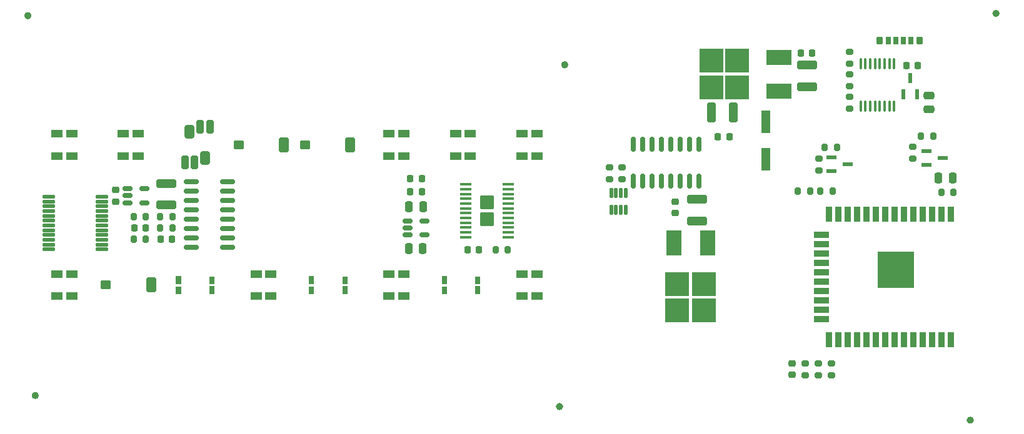
<source format=gtp>
G04 #@! TF.GenerationSoftware,KiCad,Pcbnew,(6.0.5-0)*
G04 #@! TF.CreationDate,2022-08-15T05:52:59+09:00*
G04 #@! TF.ProjectId,qLAMP-main,714c414d-502d-46d6-9169-6e2e6b696361,rev?*
G04 #@! TF.SameCoordinates,Original*
G04 #@! TF.FileFunction,Paste,Top*
G04 #@! TF.FilePolarity,Positive*
%FSLAX46Y46*%
G04 Gerber Fmt 4.6, Leading zero omitted, Abs format (unit mm)*
G04 Created by KiCad (PCBNEW (6.0.5-0)) date 2022-08-15 05:52:59*
%MOMM*%
%LPD*%
G01*
G04 APERTURE LIST*
G04 Aperture macros list*
%AMRoundRect*
0 Rectangle with rounded corners*
0 $1 Rounding radius*
0 $2 $3 $4 $5 $6 $7 $8 $9 X,Y pos of 4 corners*
0 Add a 4 corners polygon primitive as box body*
4,1,4,$2,$3,$4,$5,$6,$7,$8,$9,$2,$3,0*
0 Add four circle primitives for the rounded corners*
1,1,$1+$1,$2,$3*
1,1,$1+$1,$4,$5*
1,1,$1+$1,$6,$7*
1,1,$1+$1,$8,$9*
0 Add four rect primitives between the rounded corners*
20,1,$1+$1,$2,$3,$4,$5,0*
20,1,$1+$1,$4,$5,$6,$7,0*
20,1,$1+$1,$6,$7,$8,$9,0*
20,1,$1+$1,$8,$9,$2,$3,0*%
G04 Aperture macros list end*
%ADD10C,0.475000*%
%ADD11C,0.120000*%
%ADD12RoundRect,0.100000X-0.100000X0.637500X-0.100000X-0.637500X0.100000X-0.637500X0.100000X0.637500X0*%
%ADD13RoundRect,0.150000X-0.512500X-0.150000X0.512500X-0.150000X0.512500X0.150000X-0.512500X0.150000X0*%
%ADD14RoundRect,0.250000X-0.250000X-0.475000X0.250000X-0.475000X0.250000X0.475000X-0.250000X0.475000X0*%
%ADD15R,1.219200X3.098800*%
%ADD16RoundRect,0.225000X-0.225000X-0.250000X0.225000X-0.250000X0.225000X0.250000X-0.225000X0.250000X0*%
%ADD17RoundRect,0.250000X0.325000X1.100000X-0.325000X1.100000X-0.325000X-1.100000X0.325000X-1.100000X0*%
%ADD18RoundRect,0.225000X0.225000X0.250000X-0.225000X0.250000X-0.225000X-0.250000X0.225000X-0.250000X0*%
%ADD19RoundRect,0.250000X-1.100000X0.325000X-1.100000X-0.325000X1.100000X-0.325000X1.100000X0.325000X0*%
%ADD20RoundRect,0.225000X0.250000X-0.225000X0.250000X0.225000X-0.250000X0.225000X-0.250000X-0.225000X0*%
%ADD21RoundRect,0.250000X0.250000X0.475000X-0.250000X0.475000X-0.250000X-0.475000X0.250000X-0.475000X0*%
%ADD22RoundRect,0.250000X1.100000X-0.325000X1.100000X0.325000X-1.100000X0.325000X-1.100000X-0.325000X0*%
%ADD23RoundRect,0.111230X0.763770X0.111230X-0.763770X0.111230X-0.763770X-0.111230X0.763770X-0.111230X0*%
%ADD24RoundRect,0.225000X-0.250000X0.225000X-0.250000X-0.225000X0.250000X-0.225000X0.250000X0.225000X0*%
%ADD25RoundRect,0.111665X0.111665X-0.550835X0.111665X0.550835X-0.111665X0.550835X-0.111665X-0.550835X0*%
%ADD26RoundRect,0.200000X0.200000X0.275000X-0.200000X0.275000X-0.200000X-0.275000X0.200000X-0.275000X0*%
%ADD27RoundRect,0.200000X-0.275000X0.200000X-0.275000X-0.200000X0.275000X-0.200000X0.275000X0.200000X0*%
%ADD28RoundRect,0.150000X-0.150000X0.825000X-0.150000X-0.825000X0.150000X-0.825000X0.150000X0.825000X0*%
%ADD29R,1.320800X0.558800*%
%ADD30R,0.558800X1.320800*%
%ADD31RoundRect,0.250000X0.715000X0.695000X-0.715000X0.695000X-0.715000X-0.695000X0.715000X-0.695000X0*%
%ADD32RoundRect,0.100000X0.687500X0.100000X-0.687500X0.100000X-0.687500X-0.100000X0.687500X-0.100000X0*%
%ADD33RoundRect,0.200000X-0.200000X-0.275000X0.200000X-0.275000X0.200000X0.275000X-0.200000X0.275000X0*%
%ADD34R,1.600000X1.000000*%
%ADD35RoundRect,0.260000X0.390000X-0.640000X0.390000X0.640000X-0.390000X0.640000X-0.390000X-0.640000X0*%
%ADD36RoundRect,0.200000X0.300000X-0.700000X0.300000X0.700000X-0.300000X0.700000X-0.300000X-0.700000X0*%
%ADD37RoundRect,0.035000X0.315000X0.465000X-0.315000X0.465000X-0.315000X-0.465000X0.315000X-0.465000X0*%
%ADD38RoundRect,0.040000X0.360000X0.460000X-0.360000X0.460000X-0.360000X-0.460000X0.360000X-0.460000X0*%
%ADD39RoundRect,0.150000X-0.825000X-0.150000X0.825000X-0.150000X0.825000X0.150000X-0.825000X0.150000X0*%
%ADD40RoundRect,0.280000X0.420000X0.720000X-0.420000X0.720000X-0.420000X-0.720000X0.420000X-0.720000X0*%
%ADD41RoundRect,0.240000X0.460000X0.360000X-0.460000X0.360000X-0.460000X-0.360000X0.460000X-0.360000X0*%
%ADD42RoundRect,0.250000X0.475000X-0.250000X0.475000X0.250000X-0.475000X0.250000X-0.475000X-0.250000X0*%
%ADD43R,0.900000X2.000000*%
%ADD44R,2.000000X0.900000*%
%ADD45R,5.000000X5.000000*%
%ADD46R,3.300000X3.300000*%
%ADD47R,3.500000X2.000000*%
%ADD48R,2.000000X3.500000*%
%ADD49RoundRect,0.260000X-0.390000X0.640000X-0.390000X-0.640000X0.390000X-0.640000X0.390000X0.640000X0*%
%ADD50RoundRect,0.200000X-0.300000X0.700000X-0.300000X-0.700000X0.300000X-0.700000X0.300000X0.700000X0*%
G04 APERTURE END LIST*
D10*
X148473500Y-128000000D02*
G75*
G03*
X148473500Y-128000000I-237500J0D01*
G01*
X77473500Y-126500000D02*
G75*
G03*
X77473500Y-126500000I-237500J0D01*
G01*
X76473500Y-75000000D02*
G75*
G03*
X76473500Y-75000000I-237500J0D01*
G01*
X204097500Y-129840000D02*
G75*
G03*
X204097500Y-129840000I-237500J0D01*
G01*
X149177500Y-81660000D02*
G75*
G03*
X149177500Y-81660000I-237500J0D01*
G01*
X207587500Y-74695000D02*
G75*
G03*
X207587500Y-74695000I-237500J0D01*
G01*
G36*
X101422212Y-112651633D02*
G01*
X100822212Y-112651633D01*
X100822212Y-111651633D01*
X101422212Y-111651633D01*
X101422212Y-112651633D01*
G37*
D11*
X101422212Y-112651633D02*
X100822212Y-112651633D01*
X100822212Y-111651633D01*
X101422212Y-111651633D01*
X101422212Y-112651633D01*
G36*
X96892212Y-112701633D02*
G01*
X96292212Y-112701633D01*
X96292212Y-111701633D01*
X96892212Y-111701633D01*
X96892212Y-112701633D01*
G37*
X96892212Y-112701633D02*
X96292212Y-112701633D01*
X96292212Y-111701633D01*
X96892212Y-111701633D01*
X96892212Y-112701633D01*
G36*
X96892212Y-111301633D02*
G01*
X96292212Y-111301633D01*
X96292212Y-110301633D01*
X96892212Y-110301633D01*
X96892212Y-111301633D01*
G37*
X96892212Y-111301633D02*
X96292212Y-111301633D01*
X96292212Y-110301633D01*
X96892212Y-110301633D01*
X96892212Y-111301633D01*
G36*
X101422212Y-111351633D02*
G01*
X100822212Y-111351633D01*
X100822212Y-110351633D01*
X101422212Y-110351633D01*
X101422212Y-111351633D01*
G37*
X101422212Y-111351633D02*
X100822212Y-111351633D01*
X100822212Y-110351633D01*
X101422212Y-110351633D01*
X101422212Y-111351633D01*
G36*
X114892212Y-112701633D02*
G01*
X114292212Y-112701633D01*
X114292212Y-111701633D01*
X114892212Y-111701633D01*
X114892212Y-112701633D01*
G37*
X114892212Y-112701633D02*
X114292212Y-112701633D01*
X114292212Y-111701633D01*
X114892212Y-111701633D01*
X114892212Y-112701633D01*
G36*
X119422212Y-111351633D02*
G01*
X118822212Y-111351633D01*
X118822212Y-110351633D01*
X119422212Y-110351633D01*
X119422212Y-111351633D01*
G37*
X119422212Y-111351633D02*
X118822212Y-111351633D01*
X118822212Y-110351633D01*
X119422212Y-110351633D01*
X119422212Y-111351633D01*
G36*
X119422212Y-112651633D02*
G01*
X118822212Y-112651633D01*
X118822212Y-111651633D01*
X119422212Y-111651633D01*
X119422212Y-112651633D01*
G37*
X119422212Y-112651633D02*
X118822212Y-112651633D01*
X118822212Y-111651633D01*
X119422212Y-111651633D01*
X119422212Y-112651633D01*
G36*
X114892212Y-111301633D02*
G01*
X114292212Y-111301633D01*
X114292212Y-110301633D01*
X114892212Y-110301633D01*
X114892212Y-111301633D01*
G37*
X114892212Y-111301633D02*
X114292212Y-111301633D01*
X114292212Y-110301633D01*
X114892212Y-110301633D01*
X114892212Y-111301633D01*
G36*
X137422212Y-111351633D02*
G01*
X136822212Y-111351633D01*
X136822212Y-110351633D01*
X137422212Y-110351633D01*
X137422212Y-111351633D01*
G37*
X137422212Y-111351633D02*
X136822212Y-111351633D01*
X136822212Y-110351633D01*
X137422212Y-110351633D01*
X137422212Y-111351633D01*
G36*
X132892212Y-112701633D02*
G01*
X132292212Y-112701633D01*
X132292212Y-111701633D01*
X132892212Y-111701633D01*
X132892212Y-112701633D01*
G37*
X132892212Y-112701633D02*
X132292212Y-112701633D01*
X132292212Y-111701633D01*
X132892212Y-111701633D01*
X132892212Y-112701633D01*
G36*
X132892212Y-111301633D02*
G01*
X132292212Y-111301633D01*
X132292212Y-110301633D01*
X132892212Y-110301633D01*
X132892212Y-111301633D01*
G37*
X132892212Y-111301633D02*
X132292212Y-111301633D01*
X132292212Y-110301633D01*
X132892212Y-110301633D01*
X132892212Y-111301633D01*
G36*
X137422212Y-112651633D02*
G01*
X136822212Y-112651633D01*
X136822212Y-111651633D01*
X137422212Y-111651633D01*
X137422212Y-112651633D01*
G37*
X137422212Y-112651633D02*
X136822212Y-112651633D01*
X136822212Y-111651633D01*
X137422212Y-111651633D01*
X137422212Y-112651633D01*
D12*
X193553292Y-81537300D03*
X192903292Y-81537300D03*
X192253292Y-81537300D03*
X191603292Y-81537300D03*
X190953292Y-81537300D03*
X190303292Y-81537300D03*
X189653292Y-81537300D03*
X189003292Y-81537300D03*
X189003292Y-87262300D03*
X189653292Y-87262300D03*
X190303292Y-87262300D03*
X190953292Y-87262300D03*
X191603292Y-87262300D03*
X192253292Y-87262300D03*
X192903292Y-87262300D03*
X193553292Y-87262300D03*
D13*
X127665878Y-102840011D03*
X127665878Y-103790011D03*
X127665878Y-104740011D03*
X129940878Y-104740011D03*
X129940878Y-102840011D03*
D14*
X127853378Y-100919989D03*
X129753378Y-100919989D03*
D15*
X176200000Y-89387300D03*
X176200000Y-94492700D03*
D16*
X128028376Y-98850000D03*
X129578376Y-98850000D03*
D17*
X171795000Y-88130000D03*
X168845000Y-88130000D03*
D18*
X171235010Y-91440000D03*
X169685010Y-91440000D03*
D19*
X181790000Y-81695000D03*
X181790000Y-84645000D03*
D20*
X163940000Y-101755000D03*
X163940000Y-100205000D03*
D21*
X129733376Y-106560000D03*
X127833376Y-106560000D03*
D16*
X195195000Y-81780000D03*
X196745000Y-81780000D03*
D22*
X94990006Y-100675005D03*
X94990006Y-97725005D03*
D23*
X86295999Y-106695011D03*
X86295999Y-106045013D03*
X86295999Y-105395012D03*
X86295999Y-104745012D03*
X86295999Y-104095012D03*
X86295999Y-103445012D03*
X86295999Y-102795012D03*
X86295999Y-102145012D03*
X86295999Y-101495012D03*
X86295999Y-100845012D03*
X86295999Y-100195011D03*
X86295999Y-99545013D03*
X79095999Y-99545013D03*
X79095999Y-100195011D03*
X79095999Y-100845012D03*
X79095999Y-101495012D03*
X79095999Y-102145012D03*
X79095999Y-102795012D03*
X79095999Y-103445012D03*
X79095999Y-104095012D03*
X79095999Y-104745012D03*
X79095999Y-105395012D03*
X79095999Y-106045013D03*
X79095999Y-106695011D03*
D24*
X88080012Y-98635012D03*
X88080012Y-100185012D03*
D20*
X179705000Y-123711000D03*
X179705000Y-122161000D03*
D18*
X92174995Y-103796008D03*
X90624995Y-103796008D03*
D25*
X155235000Y-101287500D03*
X155885000Y-101287500D03*
X156535000Y-101287500D03*
X157185000Y-101287500D03*
X157185000Y-99012500D03*
X156535000Y-99012500D03*
X155885000Y-99012500D03*
X155235000Y-99012500D03*
D13*
X89732499Y-98460012D03*
X89732499Y-99410012D03*
X89732499Y-100360012D03*
X92007499Y-100360012D03*
X92007499Y-98460012D03*
D26*
X92224995Y-102272008D03*
X90574995Y-102272008D03*
D27*
X156670000Y-95535000D03*
X156670000Y-97185000D03*
X155030000Y-95545000D03*
X155030000Y-97195000D03*
D28*
X167105000Y-92465000D03*
X165835000Y-92465000D03*
X164565000Y-92465000D03*
X163295000Y-92465000D03*
X162025000Y-92465000D03*
X160755000Y-92465000D03*
X159485000Y-92465000D03*
X158215000Y-92465000D03*
X158215000Y-97415000D03*
X159485000Y-97415000D03*
X160755000Y-97415000D03*
X162025000Y-97415000D03*
X163295000Y-97415000D03*
X164565000Y-97415000D03*
X165835000Y-97415000D03*
X167105000Y-97415000D03*
D16*
X128028376Y-97050000D03*
X129578376Y-97050000D03*
D29*
X197927800Y-93340200D03*
X197927800Y-95219800D03*
X200112200Y-94280000D03*
X185087800Y-94180200D03*
X185087800Y-96059800D03*
X187272200Y-95120000D03*
D30*
X194820200Y-85652200D03*
X196699800Y-85652200D03*
X195760000Y-83467800D03*
D31*
X138410000Y-102610000D03*
X138410000Y-100270000D03*
D32*
X141272500Y-105015000D03*
X141272500Y-104365000D03*
X141272500Y-103715000D03*
X141272500Y-103065000D03*
X141272500Y-102415000D03*
X141272500Y-101765000D03*
X141272500Y-101115000D03*
X141272500Y-100465000D03*
X141272500Y-99815000D03*
X141272500Y-99165000D03*
X141272500Y-98515000D03*
X141272500Y-97865000D03*
X135547500Y-97865000D03*
X135547500Y-98515000D03*
X135547500Y-99165000D03*
X135547500Y-99815000D03*
X135547500Y-100465000D03*
X135547500Y-101115000D03*
X135547500Y-101765000D03*
X135547500Y-102415000D03*
X135547500Y-103065000D03*
X135547500Y-103715000D03*
X135547500Y-104365000D03*
X135547500Y-105015000D03*
D33*
X180531000Y-98819995D03*
X182181000Y-98819995D03*
D21*
X201475000Y-97020000D03*
X199575000Y-97020000D03*
D26*
X198845000Y-91305000D03*
X197195000Y-91305000D03*
X185815000Y-92860000D03*
X184165000Y-92860000D03*
D27*
X187500006Y-79896200D03*
X187500006Y-81546200D03*
X187500006Y-82944200D03*
X187500006Y-84594200D03*
X196100000Y-92745000D03*
X196100000Y-94395000D03*
X183390000Y-94365000D03*
X183390000Y-96015000D03*
D33*
X139574998Y-106699991D03*
X141224998Y-106699991D03*
D26*
X201575000Y-98940000D03*
X199925000Y-98940000D03*
D27*
X187500006Y-85992200D03*
X187500006Y-87642200D03*
D16*
X135785001Y-106699991D03*
X137335001Y-106699991D03*
D22*
X166870000Y-102825000D03*
X166870000Y-99875000D03*
D16*
X180905000Y-80050000D03*
X182455000Y-80050000D03*
D27*
X185039000Y-122111000D03*
X185039000Y-123761000D03*
D34*
X89157211Y-91002066D03*
X89157211Y-94002066D03*
X134157211Y-91002066D03*
X134157211Y-94002066D03*
X127157211Y-113001633D03*
X127157211Y-110001633D03*
X136157211Y-91002066D03*
X136157211Y-94002066D03*
X143157211Y-91002066D03*
X143157211Y-94002066D03*
D35*
X100236001Y-94300000D03*
D36*
X100886001Y-90100000D03*
X99586001Y-90100000D03*
D27*
X181483000Y-122111000D03*
X181483000Y-123761000D03*
D34*
X125157211Y-113001633D03*
X125157211Y-110001633D03*
D37*
X194788282Y-78419792D03*
X192788282Y-78419792D03*
D38*
X191588282Y-78419792D03*
D37*
X193788282Y-78419792D03*
X195788282Y-78419792D03*
D38*
X196988282Y-78419792D03*
D39*
X98335009Y-97554999D03*
X98335009Y-98824999D03*
X98335009Y-100094999D03*
X98335009Y-101364999D03*
X98335009Y-102634999D03*
X98335009Y-103904999D03*
X98335009Y-105174999D03*
X98335009Y-106444999D03*
X103285009Y-106444999D03*
X103285009Y-105174999D03*
X103285009Y-103904999D03*
X103285009Y-102634999D03*
X103285009Y-101364999D03*
X103285009Y-100094999D03*
X103285009Y-98824999D03*
X103285009Y-97554999D03*
D34*
X82157211Y-113001633D03*
X82157211Y-110001633D03*
X109157211Y-113001633D03*
X109157211Y-110001633D03*
D33*
X94165006Y-103796008D03*
X95815006Y-103796008D03*
D40*
X119907212Y-92502066D03*
D41*
X113807212Y-92502066D03*
D40*
X110907212Y-92502066D03*
D41*
X104807212Y-92502066D03*
D34*
X80157211Y-91002066D03*
X80157211Y-94002066D03*
D42*
X198308292Y-87719800D03*
X198308292Y-85819800D03*
D43*
X201261000Y-101920000D03*
X199991000Y-101920000D03*
X198721000Y-101920000D03*
X197451000Y-101920000D03*
X196181000Y-101920000D03*
X194910989Y-101919989D03*
X193640989Y-101919989D03*
X192371000Y-101920000D03*
X191101000Y-101920000D03*
X189831000Y-101920000D03*
X188561000Y-101920000D03*
X187291000Y-101920000D03*
X186021000Y-101920000D03*
X184751000Y-101920000D03*
D44*
X183751000Y-104705000D03*
X183751000Y-105975000D03*
X183751000Y-107245000D03*
X183751000Y-108515000D03*
X183751000Y-109785000D03*
X183751000Y-111055000D03*
X183751000Y-112325000D03*
X183751000Y-113595000D03*
X183751000Y-114865000D03*
X183751000Y-116135000D03*
D43*
X184751000Y-118920000D03*
X186021000Y-118920000D03*
X187291000Y-118920000D03*
X188561000Y-118920000D03*
X189831000Y-118920000D03*
X191101000Y-118920000D03*
X192371000Y-118920000D03*
X193641000Y-118920000D03*
X194911000Y-118920000D03*
X196181000Y-118920000D03*
X197451000Y-118920000D03*
X198721000Y-118920000D03*
X199991000Y-118920000D03*
X201261000Y-118920000D03*
D45*
X193761000Y-109420000D03*
D34*
X80157211Y-113001633D03*
X80157211Y-110001633D03*
D33*
X183579000Y-98819995D03*
X185229000Y-98819995D03*
D40*
X92907212Y-111501633D03*
D41*
X86807212Y-111501633D03*
D34*
X127157211Y-91002066D03*
X127157211Y-94002066D03*
X125157211Y-91002066D03*
X125157211Y-94002066D03*
D18*
X95765006Y-105320008D03*
X94215006Y-105320008D03*
D34*
X145157211Y-113001633D03*
X145157211Y-110001633D03*
D27*
X183261000Y-122111000D03*
X183261000Y-123761000D03*
D46*
X172320000Y-81110000D03*
X168770000Y-81110000D03*
X172320000Y-84710000D03*
X168770000Y-84710000D03*
D47*
X177945000Y-85210000D03*
X177945000Y-80630000D03*
D33*
X94165006Y-102272008D03*
X95815006Y-102272008D03*
D46*
X167770000Y-111440000D03*
X167770000Y-114990000D03*
X164170000Y-111440000D03*
X164170000Y-114990000D03*
D48*
X168270000Y-105815000D03*
X163690000Y-105815000D03*
D33*
X90574995Y-105320008D03*
X92224995Y-105320008D03*
D34*
X91157211Y-91002066D03*
X91157211Y-94002066D03*
X145157211Y-91002066D03*
X145157211Y-94002066D03*
X82157211Y-91002066D03*
X82157211Y-94002066D03*
X107157211Y-113001633D03*
X107157211Y-110001633D03*
D49*
X98136001Y-90700000D03*
D50*
X97486001Y-94900000D03*
X98786001Y-94900000D03*
D34*
X143157211Y-113001633D03*
X143157211Y-110001633D03*
M02*

</source>
